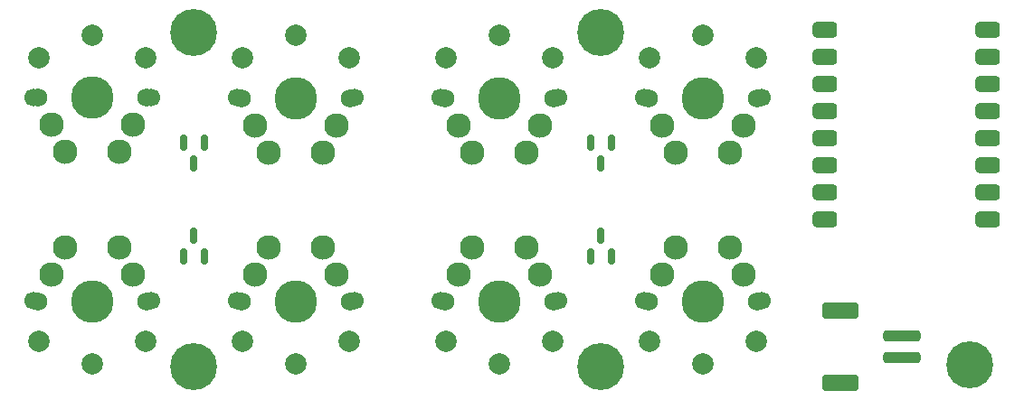
<source format=gbr>
%TF.GenerationSoftware,KiCad,Pcbnew,7.0.7*%
%TF.CreationDate,2023-09-02T22:33:14+10:00*%
%TF.ProjectId,artsey,61727473-6579-42e6-9b69-6361645f7063,rev?*%
%TF.SameCoordinates,Original*%
%TF.FileFunction,Soldermask,Bot*%
%TF.FilePolarity,Negative*%
%FSLAX46Y46*%
G04 Gerber Fmt 4.6, Leading zero omitted, Abs format (unit mm)*
G04 Created by KiCad (PCBNEW 7.0.7) date 2023-09-02 22:33:14*
%MOMM*%
%LPD*%
G01*
G04 APERTURE LIST*
G04 Aperture macros list*
%AMRoundRect*
0 Rectangle with rounded corners*
0 $1 Rounding radius*
0 $2 $3 $4 $5 $6 $7 $8 $9 X,Y pos of 4 corners*
0 Add a 4 corners polygon primitive as box body*
4,1,4,$2,$3,$4,$5,$6,$7,$8,$9,$2,$3,0*
0 Add four circle primitives for the rounded corners*
1,1,$1+$1,$2,$3*
1,1,$1+$1,$4,$5*
1,1,$1+$1,$6,$7*
1,1,$1+$1,$8,$9*
0 Add four rect primitives between the rounded corners*
20,1,$1+$1,$2,$3,$4,$5,0*
20,1,$1+$1,$4,$5,$6,$7,0*
20,1,$1+$1,$6,$7,$8,$9,0*
20,1,$1+$1,$8,$9,$2,$3,0*%
G04 Aperture macros list end*
%ADD10C,1.700000*%
%ADD11C,3.400000*%
%ADD12C,2.000000*%
%ADD13C,1.750000*%
%ADD14C,3.987800*%
%ADD15C,2.300000*%
%ADD16C,4.400000*%
%ADD17RoundRect,0.150000X0.150000X-0.587500X0.150000X0.587500X-0.150000X0.587500X-0.150000X-0.587500X0*%
%ADD18RoundRect,0.150000X-0.150000X0.587500X-0.150000X-0.587500X0.150000X-0.587500X0.150000X0.587500X0*%
%ADD19RoundRect,0.250000X1.500000X-0.250000X1.500000X0.250000X-1.500000X0.250000X-1.500000X-0.250000X0*%
%ADD20RoundRect,0.250001X1.449999X-0.499999X1.449999X0.499999X-1.449999X0.499999X-1.449999X-0.499999X0*%
%ADD21RoundRect,0.381000X0.762000X0.381000X-0.762000X0.381000X-0.762000X-0.381000X0.762000X-0.381000X0*%
G04 APERTURE END LIST*
D10*
%TO.C,SW7*%
X67125000Y-53575000D03*
D11*
X72625000Y-53575000D03*
D10*
X78125000Y-53575000D03*
D12*
X67625000Y-57375000D03*
X77625000Y-57375000D03*
X72625000Y-59475000D03*
%TD*%
D13*
%TO.C,SW9*%
X39605000Y-34525000D03*
D14*
X34525000Y-34525000D03*
D13*
X29445000Y-34525000D03*
D15*
X38335000Y-37065000D03*
X37065000Y-39605000D03*
X31985000Y-39605000D03*
X30715000Y-37065000D03*
%TD*%
D16*
%TO.C,REF\u002A\u002A*%
X116681152Y-59531200D03*
%TD*%
D13*
%TO.C,SW10*%
X58638232Y-34528096D03*
D14*
X53558232Y-34528096D03*
D13*
X48478232Y-34528096D03*
D15*
X57368232Y-37068096D03*
X56098232Y-39608096D03*
X51018232Y-39608096D03*
X49748232Y-37068096D03*
%TD*%
D13*
%TO.C,SW13*%
X29458020Y-53597928D03*
D14*
X34538020Y-53597928D03*
D13*
X39618020Y-53597928D03*
D15*
X30728020Y-51057928D03*
X31998020Y-48517928D03*
X37078020Y-48517928D03*
X38348020Y-51057928D03*
%TD*%
D10*
%TO.C,SW8*%
X86175000Y-53575000D03*
D11*
X91675000Y-53575000D03*
D10*
X97175000Y-53575000D03*
D12*
X86675000Y-57375000D03*
X96675000Y-57375000D03*
X91675000Y-59475000D03*
%TD*%
D13*
%TO.C,SW12*%
X96738200Y-34528096D03*
D14*
X91658200Y-34528096D03*
D13*
X86578200Y-34528096D03*
D15*
X95468200Y-37068096D03*
X94198200Y-39608096D03*
X89118200Y-39608096D03*
X87848200Y-37068096D03*
%TD*%
D13*
%TO.C,SW14*%
X48488156Y-53597928D03*
D14*
X53568156Y-53597928D03*
D13*
X58648156Y-53597928D03*
D15*
X49758156Y-51057928D03*
X51028156Y-48517928D03*
X56108156Y-48517928D03*
X57378156Y-51057928D03*
%TD*%
D10*
%TO.C,SW3*%
X78125000Y-34525000D03*
D11*
X72625000Y-34525000D03*
D10*
X67125000Y-34525000D03*
D12*
X77625000Y-30725000D03*
X67625000Y-30725000D03*
X72625000Y-28625000D03*
%TD*%
D10*
%TO.C,SW1*%
X40025000Y-34525000D03*
D11*
X34525000Y-34525000D03*
D10*
X29025000Y-34525000D03*
D12*
X39525000Y-30725000D03*
X29525000Y-30725000D03*
X34525000Y-28625000D03*
%TD*%
D13*
%TO.C,SW15*%
X67538140Y-53597928D03*
D14*
X72618140Y-53597928D03*
D13*
X77698140Y-53597928D03*
D15*
X68808140Y-51057928D03*
X70078140Y-48517928D03*
X75158140Y-48517928D03*
X76428140Y-51057928D03*
%TD*%
D13*
%TO.C,SW16*%
X86588124Y-53597928D03*
D14*
X91668124Y-53597928D03*
D13*
X96748124Y-53597928D03*
D15*
X87858124Y-51057928D03*
X89128124Y-48517928D03*
X94208124Y-48517928D03*
X95478124Y-51057928D03*
%TD*%
D13*
%TO.C,SW11*%
X77698140Y-34547944D03*
D14*
X72618140Y-34547944D03*
D13*
X67538140Y-34547944D03*
D15*
X76428140Y-37087944D03*
X75158140Y-39627944D03*
X70078140Y-39627944D03*
X68808140Y-37087944D03*
%TD*%
D10*
%TO.C,SW2*%
X59075000Y-34525000D03*
D11*
X53575000Y-34525000D03*
D10*
X48075000Y-34525000D03*
D12*
X58575000Y-30725000D03*
X48575000Y-30725000D03*
X53575000Y-28625000D03*
%TD*%
D10*
%TO.C,SW4*%
X97175000Y-34525000D03*
D11*
X91675000Y-34525000D03*
D10*
X86175000Y-34525000D03*
D12*
X96675000Y-30725000D03*
X86675000Y-30725000D03*
X91675000Y-28625000D03*
%TD*%
D16*
%TO.C,REF\u002A\u002A*%
X82153056Y-28426148D03*
%TD*%
%TO.C,REF\u002A\u002A*%
X44053088Y-28426148D03*
%TD*%
D10*
%TO.C,SW6*%
X48075000Y-53575000D03*
D11*
X53575000Y-53575000D03*
D10*
X59075000Y-53575000D03*
D12*
X48575000Y-57375000D03*
X58575000Y-57375000D03*
X53575000Y-59475000D03*
%TD*%
D16*
%TO.C,REF\u002A\u002A*%
X82153056Y-59680028D03*
%TD*%
D10*
%TO.C,SW5*%
X29025000Y-53575000D03*
D11*
X34525000Y-53575000D03*
D10*
X40025000Y-53575000D03*
D12*
X29525000Y-57375000D03*
X39525000Y-57375000D03*
X34525000Y-59475000D03*
%TD*%
D16*
%TO.C,REF\u002A\u002A*%
X44053088Y-59680028D03*
%TD*%
D17*
%TO.C,D4*%
X83103056Y-49351132D03*
X81203056Y-49351132D03*
X82153056Y-47476132D03*
%TD*%
%TO.C,D3*%
X45003088Y-49351132D03*
X43103088Y-49351132D03*
X44053088Y-47476132D03*
%TD*%
D18*
%TO.C,D2*%
X81203056Y-38755044D03*
X83103056Y-38755044D03*
X82153056Y-40630044D03*
%TD*%
%TO.C,D1*%
X43103088Y-38755044D03*
X45003088Y-38755044D03*
X44053088Y-40630044D03*
%TD*%
D19*
%TO.C,BT2*%
X110281548Y-58852296D03*
X110281548Y-56852296D03*
D20*
X104531548Y-61202296D03*
X104531548Y-54502296D03*
%TD*%
D21*
%TO.C,U2*%
X103078260Y-28128492D03*
X103078260Y-30668492D03*
X103078260Y-33208492D03*
X103078260Y-35748492D03*
X103078260Y-38288492D03*
X103078260Y-40828492D03*
X103078260Y-43368492D03*
X103078260Y-45908492D03*
X118318260Y-28128492D03*
X118318260Y-30668492D03*
X118318260Y-33208492D03*
X118318260Y-35748492D03*
X118318260Y-38288492D03*
X118318260Y-40828492D03*
X118318260Y-43368492D03*
X118318260Y-45908492D03*
%TD*%
M02*

</source>
